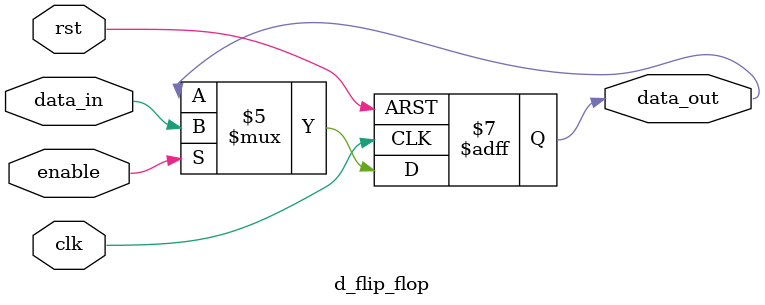
<source format=v>
module d_flip_flop(clk, rst, enable, data_in, data_out);
	input clk, rst, enable, data_in;
	
	output reg data_out;
	
	always @(posedge clk or posedge rst) begin
		if (rst == 1'b1) data_out = 1'b0;
		else if (enable == 1'b1) data_out = data_in;
	end
endmodule

</source>
